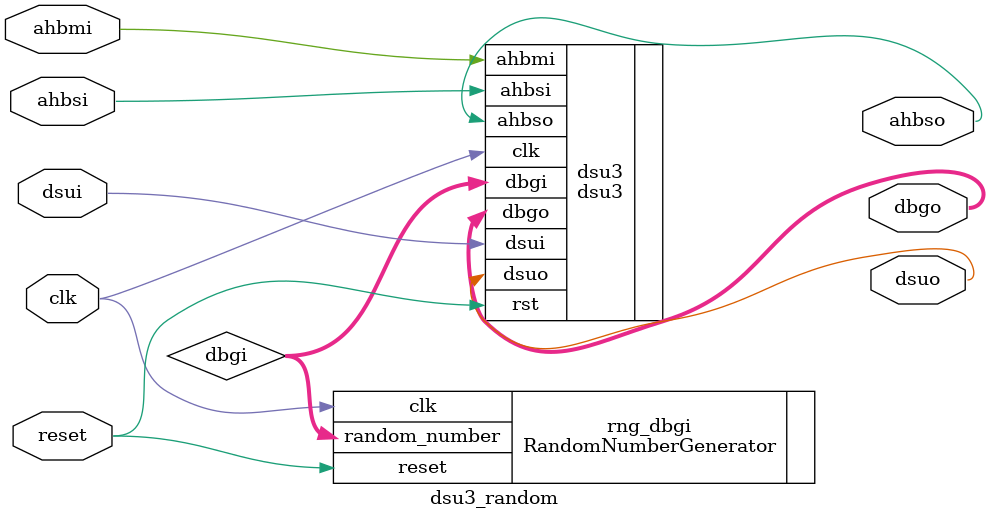
<source format=sv>
/*
* dsu3 top level module that incorporates the random number generator
* to allow bitstream generation without Vivado interferance
*/
`include "../../random_number_generator.sv"

module dsu3_random(
    input logic clk,
    input logic reset,
    input logic ahbmi,
    input logic ahbsi,
    output logic ahbso,
    output logic [31:0] dbgo,
    input logic dsui,
    output logic dsuo
    );

logic [31:0] dbgi;

RandomNumberGenerator #(32, 3) rng_dbgi (
  .clk(clk),
  .reset(reset),
  .random_number(dbgi[31:0])
);

dsu3 dsu3 (
    .clk(clk),
    .rst(reset),
    .ahbmi(ahbmi),
    .ahbsi(ahbsi),
    .ahbso(ahbso),
    .dbgi(dbgi[31:0]),
    .dbgo(dbgo[31:0]),
    .dsui(dsui),
    .dsuo(dsuo)
);

endmodule
</source>
